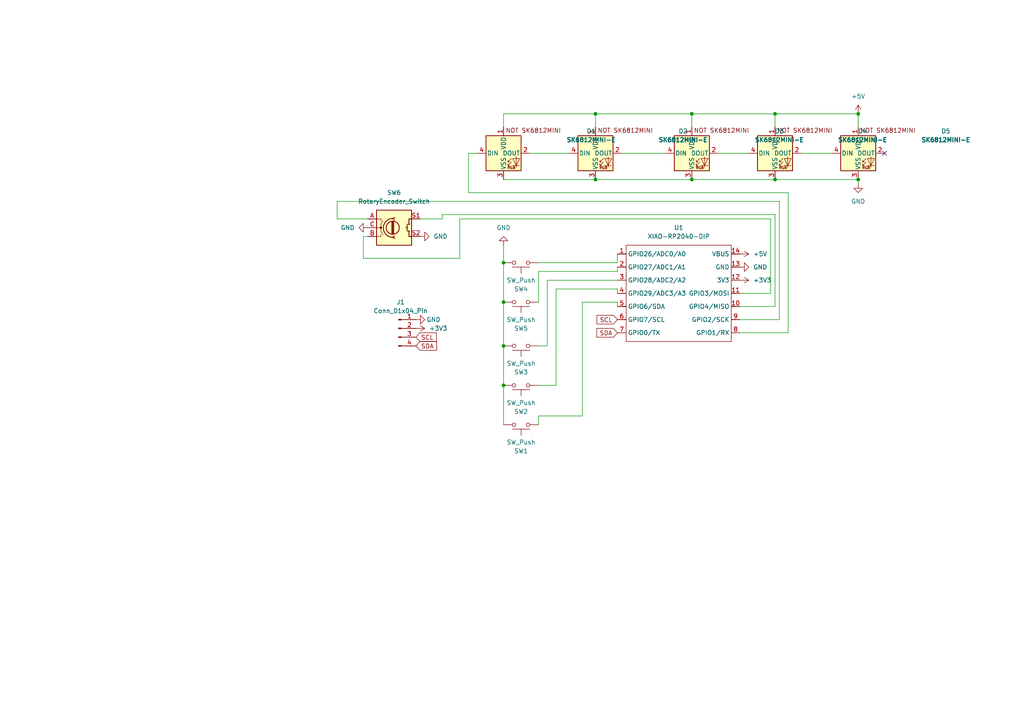
<source format=kicad_sch>
(kicad_sch (version 20250114) (generator "eeschema") (generator_version "9.0")
  (paper "A4")
  (lib_symbols
    (symbol "Connector:Conn_01x04_Pin" (pin_names (offset 1.016) (hide yes))
      (property "Reference" "J" (at 0 5.08 0))
      (property "Value" "Conn_01x04_Pin" (at 0 -7.62 0))
      (symbol "Conn_01x04_Pin_1_1"
        (rectangle (start 0.8636 2.667) (end 0 2.413) (stroke (width 0.1524)) (fill (type outline)))
        (rectangle (start 0.8636 0.127) (end 0 -0.127) (stroke (width 0.1524)) (fill (type outline)))
        (rectangle (start 0.8636 -2.413) (end 0 -2.667) (stroke (width 0.1524)) (fill (type outline)))
        (rectangle (start 0.8636 -4.953) (end 0 -5.207) (stroke (width 0.1524)) (fill (type outline)))
        (polyline (pts (xy 1.27 2.54) (xy 0.8636 2.54)) (stroke (width 0.1524)))
        (polyline (pts (xy 1.27 0) (xy 0.8636 0)) (stroke (width 0.1524)))
        (polyline (pts (xy 1.27 -2.54) (xy 0.8636 -2.54)) (stroke (width 0.1524)))
        (polyline (pts (xy 1.27 -5.08) (xy 0.8636 -5.08)) (stroke (width 0.1524)))
        (pin passive line (at 5.08 2.54 180) (length 3.81) (name "Pin_1") (number "1"))
        (pin passive line (at 5.08 0 180) (length 3.81) (name "Pin_2") (number "2"))
        (pin passive line (at 5.08 -2.54 180) (length 3.81) (name "Pin_3") (number "3"))
        (pin passive line (at 5.08 -5.08 180) (length 3.81) (name "Pin_4") (number "4"))
      )
    )
    (symbol "Device:RotaryEncoder_Switch" (pin_names (offset 0.254) (hide yes))
      (property "Reference" "SW" (at 0 6.604 0))
      (property "Value" "RotaryEncoder_Switch" (at 0 -6.604 0))
      (symbol "RotaryEncoder_Switch_0_1"
        (rectangle (start -5.08 5.08) (end 5.08 -5.08) (stroke (width 0.254)) (fill (type background)))
        (polyline (pts (xy -5.08 2.54) (xy -3.81 2.54) (xy -3.81 2.032)))
        (polyline (pts (xy -5.08 0) (xy -3.81 0) (xy -3.81 -1.016) (xy -3.302 -2.032)))
        (polyline (pts (xy -5.08 -2.54) (xy -3.81 -2.54) (xy -3.81 -2.032)))
        (polyline (pts (xy -4.318 0) (xy -3.81 0) (xy -3.81 1.016) (xy -3.302 2.032)))
        (circle (center -3.81 0) (radius 0.254) (fill (type outline)))
        (polyline (pts (xy -0.635 -1.778) (xy -0.635 1.778)) (stroke (width 0.254)))
        (circle (center -0.381 0) (radius 1.905) (stroke (width 0.254)))
        (polyline (pts (xy -0.381 -1.778) (xy -0.381 1.778)) (stroke (width 0.254)))
        (arc (start -0.381 -2.794) (mid -3.0988 -0.0635) (end -0.381 2.667) (stroke (width 0.254)))
        (polyline (pts (xy -0.127 1.778) (xy -0.127 -1.778)) (stroke (width 0.254)))
        (polyline (pts (xy 0.254 2.921) (xy -0.508 2.667) (xy 0.127 2.286)) (stroke (width 0.254)))
        (polyline (pts (xy 0.254 -3.048) (xy -0.508 -2.794) (xy 0.127 -2.413)) (stroke (width 0.254)))
        (polyline (pts (xy 3.81 1.016) (xy 3.81 -1.016)) (stroke (width 0.254)))
        (polyline (pts (xy 3.81 0) (xy 3.429 0)) (stroke (width 0.254)))
        (circle (center 4.318 1.016) (radius 0.127) (stroke (width 0.254)))
        (circle (center 4.318 -1.016) (radius 0.127) (stroke (width 0.254)))
        (polyline (pts (xy 5.08 2.54) (xy 4.318 2.54) (xy 4.318 1.016)) (stroke (width 0.254)))
        (polyline (pts (xy 5.08 -2.54) (xy 4.318 -2.54) (xy 4.318 -1.016)) (stroke (width 0.254)))
      )
      (symbol "RotaryEncoder_Switch_1_1"
        (pin passive line (at -7.62 2.54 0) (length 2.54) (name "A") (number "A"))
        (pin passive line (at -7.62 0 0) (length 2.54) (name "C") (number "C"))
        (pin passive line (at -7.62 -2.54 0) (length 2.54) (name "B") (number "B"))
        (pin passive line (at 7.62 2.54 180) (length 2.54) (name "S1") (number "S1"))
        (pin passive line (at 7.62 -2.54 180) (length 2.54) (name "S2") (number "S2"))
      )
    )
    (symbol "KICAD:SK6812MINI-E" (pin_names (offset 0.254))
      (property "Reference" "D" (at -3.556 5.842 0))
      (property "Value" "SK6812MINI-E" (at 1.27 -5.715 0))
      (symbol "SK6812MINI-E_0_0"
        (text "RGB" (at 2.286 -4.191 0) (effects (font (size 0.762 0.762))))
      )
      (symbol "SK6812MINI-E_0_1"
        (rectangle (start -5.08 5.08) (end 5.08 -5.08) (stroke (width 0.254)) (fill (type background)))
        (polyline (pts (xy 1.27 -2.54) (xy 1.778 -2.54)))
        (polyline (pts (xy 1.27 -3.556) (xy 1.778 -3.556)))
        (polyline (pts (xy 2.286 -1.524) (xy 1.27 -2.54) (xy 1.27 -2.032)))
        (polyline (pts (xy 2.286 -2.54) (xy 1.27 -3.556) (xy 1.27 -3.048)))
        (polyline (pts (xy 3.683 -1.016) (xy 3.683 -3.556) (xy 3.683 -4.064)))
        (polyline (pts (xy 4.699 -1.524) (xy 2.667 -1.524) (xy 3.683 -3.556) (xy 4.699 -1.524)))
        (polyline (pts (xy 4.699 -3.556) (xy 2.667 -3.556)))
      )
      (symbol "SK6812MINI-E_1_1"
        (text "NOT SK6812MINI" (at 8.636 6.604 0) (effects (font (size 1.27 1.27))))
        (pin input line (at -7.62 0 0) (length 2.54) (name "DIN") (number "4"))
        (pin power_in line (at 0 7.62 270) (length 2.54) (name "VDD") (number "1"))
        (pin power_in line (at 0 -7.62 90) (length 2.54) (name "VSS") (number "3"))
        (pin output line (at 7.62 0 180) (length 2.54) (name "DOUT") (number "2"))
      )
    )
    (symbol "OPL:XIAO-RP2040-DIP"
      (property "Reference" "U" (at 0 0 0))
      (property "Value" "XIAO-RP2040-DIP" (at 5.334 -1.778 0))
      (symbol "XIAO-RP2040-DIP_1_0"
        (polyline (pts (xy -1.27 -2.54) (xy 29.21 -2.54)) (stroke (width 0.1524)))
        (polyline (pts (xy -1.27 -5.08) (xy -2.54 -5.08)) (stroke (width 0.1524)))
        (polyline (pts (xy -1.27 -5.08) (xy -1.27 -2.54)) (stroke (width 0.1524)))
        (polyline (pts (xy -1.27 -8.89) (xy -2.54 -8.89)) (stroke (width 0.1524)))
        (polyline (pts (xy -1.27 -8.89) (xy -1.27 -5.08)) (stroke (width 0.1524)))
        (polyline (pts (xy -1.27 -12.7) (xy -2.54 -12.7)) (stroke (width 0.1524)))
        (polyline (pts (xy -1.27 -12.7) (xy -1.27 -8.89)) (stroke (width 0.1524)))
        (polyline (pts (xy -1.27 -16.51) (xy -2.54 -16.51)) (stroke (width 0.1524)))
        (polyline (pts (xy -1.27 -16.51) (xy -1.27 -12.7)) (stroke (width 0.1524)))
        (polyline (pts (xy -1.27 -20.32) (xy -2.54 -20.32)) (stroke (width 0.1524)))
        (polyline (pts (xy -1.27 -24.13) (xy -2.54 -24.13)) (stroke (width 0.1524)))
        (polyline (pts (xy -1.27 -27.94) (xy -2.54 -27.94)) (stroke (width 0.1524)))
        (polyline (pts (xy -1.27 -30.48) (xy -1.27 -16.51)) (stroke (width 0.1524)))
        (polyline (pts (xy 29.21 -2.54) (xy 29.21 -5.08)) (stroke (width 0.1524)))
        (polyline (pts (xy 29.21 -5.08) (xy 29.21 -8.89)) (stroke (width 0.1524)))
        (polyline (pts (xy 29.21 -8.89) (xy 29.21 -12.7)) (stroke (width 0.1524)))
        (polyline (pts (xy 29.21 -12.7) (xy 29.21 -30.48)) (stroke (width 0.1524)))
        (polyline (pts (xy 29.21 -30.48) (xy -1.27 -30.48)) (stroke (width 0.1524)))
        (polyline (pts (xy 30.48 -5.08) (xy 29.21 -5.08)) (stroke (width 0.1524)))
        (polyline (pts (xy 30.48 -8.89) (xy 29.21 -8.89)) (stroke (width 0.1524)))
        (polyline (pts (xy 30.48 -12.7) (xy 29.21 -12.7)) (stroke (width 0.1524)))
        (polyline (pts (xy 30.48 -16.51) (xy 29.21 -16.51)) (stroke (width 0.1524)))
        (polyline (pts (xy 30.48 -20.32) (xy 29.21 -20.32)) (stroke (width 0.1524)))
        (polyline (pts (xy 30.48 -24.13) (xy 29.21 -24.13)) (stroke (width 0.1524)))
        (polyline (pts (xy 30.48 -27.94) (xy 29.21 -27.94)) (stroke (width 0.1524)))
        (pin passive line (at -3.81 -5.08 0) (length 2.54) (name "GPIO26/ADC0/A0") (number "1"))
        (pin passive line (at -3.81 -8.89 0) (length 2.54) (name "GPIO27/ADC1/A1") (number "2"))
        (pin passive line (at -3.81 -12.7 0) (length 2.54) (name "GPIO28/ADC2/A2") (number "3"))
        (pin passive line (at -3.81 -16.51 0) (length 2.54) (name "GPIO29/ADC3/A3") (number "4"))
        (pin passive line (at -3.81 -20.32 0) (length 2.54) (name "GPIO6/SDA") (number "5"))
        (pin passive line (at -3.81 -24.13 0) (length 2.54) (name "GPIO7/SCL") (number "6"))
        (pin passive line (at -3.81 -27.94 0) (length 2.54) (name "GPIO0/TX") (number "7"))
        (pin passive line (at 31.75 -5.08 180) (length 2.54) (name "VBUS") (number "14"))
        (pin passive line (at 31.75 -8.89 180) (length 2.54) (name "GND") (number "13"))
        (pin passive line (at 31.75 -12.7 180) (length 2.54) (name "3V3") (number "12"))
        (pin passive line (at 31.75 -16.51 180) (length 2.54) (name "GPIO3/MOSI") (number "11"))
        (pin passive line (at 31.75 -20.32 180) (length 2.54) (name "GPIO4/MISO") (number "10"))
        (pin passive line (at 31.75 -24.13 180) (length 2.54) (name "GPIO2/SCK") (number "9"))
        (pin passive line (at 31.75 -27.94 180) (length 2.54) (name "GPIO1/RX") (number "8"))
      )
    )
    (symbol "Switch:SW_Push" (pin_numbers (hide yes)) (pin_names (offset 1.016) (hide yes))
      (property "Reference" "SW" (at 1.27 2.54 0))
      (property "Value" "SW_Push" (at 0 -1.524 0))
      (symbol "SW_Push_0_1"
        (circle (center -2.032 0) (radius 0.508))
        (polyline (pts (xy 0 1.27) (xy 0 3.048)))
        (circle (center 2.032 0) (radius 0.508))
        (polyline (pts (xy 2.54 1.27) (xy -2.54 1.27)))
        (pin passive line (at -5.08 0 0) (length 2.54) (name "1") (number "1"))
        (pin passive line (at 5.08 0 180) (length 2.54) (name "2") (number "2"))
      )
    )
    (symbol "power:+3V3" (power) (pin_numbers (hide yes)) (pin_names (offset 0) (hide yes))
      (property "Value" "+3V3" (at 0 3.556 0))
      (symbol "+3V3_0_1"
        (polyline (pts (xy -0.762 1.27) (xy 0 2.54)))
        (polyline (pts (xy 0 2.54) (xy 0.762 1.27)))
        (polyline (pts (xy 0 0) (xy 0 2.54)))
      )
      (symbol "+3V3_1_1"
        (pin power_in line (at 0 0 90) (length 0) (name "~") (number "1"))
      )
    )
    (symbol "power:+5V" (power) (pin_numbers (hide yes)) (pin_names (offset 0) (hide yes))
      (property "Value" "+5V" (at 0 3.556 0))
      (symbol "+5V_0_1"
        (polyline (pts (xy -0.762 1.27) (xy 0 2.54)))
        (polyline (pts (xy 0 2.54) (xy 0.762 1.27)))
        (polyline (pts (xy 0 0) (xy 0 2.54)))
      )
      (symbol "+5V_1_1"
        (pin power_in line (at 0 0 90) (length 0) (name "~") (number "1"))
      )
    )
    (symbol "power:GND" (power) (pin_numbers (hide yes)) (pin_names (offset 0) (hide yes))
      (property "Value" "GND" (at 0 -3.81 0))
      (symbol "GND_0_1"
        (polyline (pts (xy 0 0) (xy 0 -1.27) (xy 1.27 -1.27) (xy 0 -2.54) (xy -1.27 -1.27) (xy 0 -1.27)))
      )
      (symbol "GND_1_1"
        (pin power_in line (at 0 0 270) (length 0) (name "~") (number "1"))
      )
    )
  )
  (junction (at 172.72 33.02))
  (junction (at 146.05 76.2))
  (junction (at 200.66 33.02))
  (junction (at 248.92 33.02))
  (junction (at 224.79 33.02))
  (junction (at 172.72 52.07))
  (junction (at 248.92 52.07))
  (junction (at 224.79 52.07))
  (junction (at 146.05 87.63))
  (junction (at 200.66 52.07))
  (junction (at 146.05 111.76))
  (junction (at 146.05 100.33))
  (no_connect (at 256.54 44.45))
  (wire (pts (xy 135.89 55.88) (xy 228.6 55.88)))
  (wire (pts (xy 106.68 63.5) (xy 97.79 63.5)))
  (wire (pts (xy 161.29 111.76) (xy 161.29 83.82)))
  (wire (pts (xy 200.66 33.02) (xy 224.79 33.02)))
  (wire (pts (xy 180.34 44.45) (xy 193.04 44.45)))
  (wire (pts (xy 179.07 78.74) (xy 179.07 77.47)))
  (wire (pts (xy 105.41 74.93) (xy 105.41 68.58)))
  (wire (pts (xy 179.07 87.63) (xy 179.07 88.9)))
  (wire (pts (xy 156.21 78.74) (xy 179.07 78.74)))
  (wire (pts (xy 146.05 52.07) (xy 172.72 52.07)))
  (wire (pts (xy 128.27 62.23) (xy 224.79 62.23)))
  (wire (pts (xy 200.66 33.02) (xy 200.66 36.83)))
  (wire (pts (xy 232.41 44.45) (xy 241.3 44.45)))
  (wire (pts (xy 97.79 58.42) (xy 226.06 58.42)))
  (wire (pts (xy 168.91 87.63) (xy 179.07 87.63)))
  (wire (pts (xy 226.06 58.42) (xy 226.06 92.71)))
  (wire (pts (xy 179.07 83.82) (xy 179.07 85.09)))
  (wire (pts (xy 135.89 44.45) (xy 135.89 55.88)))
  (wire (pts (xy 146.05 36.83) (xy 146.05 33.02)))
  (wire (pts (xy 138.43 44.45) (xy 135.89 44.45)))
  (wire (pts (xy 200.66 52.07) (xy 224.79 52.07)))
  (wire (pts (xy 156.21 111.76) (xy 161.29 111.76)))
  (wire (pts (xy 121.92 63.5) (xy 128.27 63.5)))
  (wire (pts (xy 156.21 100.33) (xy 158.75 100.33)))
  (wire (pts (xy 161.29 83.82) (xy 179.07 83.82)))
  (wire (pts (xy 214.63 92.71) (xy 226.06 92.71)))
  (wire (pts (xy 133.35 74.93) (xy 105.41 74.93)))
  (wire (pts (xy 105.41 68.58) (xy 106.68 68.58)))
  (wire (pts (xy 158.75 81.28) (xy 179.07 81.28)))
  (wire (pts (xy 172.72 33.02) (xy 172.72 36.83)))
  (wire (pts (xy 214.63 85.09) (xy 223.52 85.09)))
  (wire (pts (xy 168.91 120.65) (xy 168.91 87.63)))
  (wire (pts (xy 214.63 88.9) (xy 224.79 88.9)))
  (wire (pts (xy 224.79 33.02) (xy 248.92 33.02)))
  (wire (pts (xy 146.05 33.02) (xy 172.72 33.02)))
  (wire (pts (xy 146.05 87.63) (xy 146.05 76.2)))
  (wire (pts (xy 224.79 33.02) (xy 224.79 36.83)))
  (wire (pts (xy 179.07 76.2) (xy 179.07 73.66)))
  (wire (pts (xy 146.05 123.19) (xy 146.05 111.76)))
  (wire (pts (xy 214.63 96.52) (xy 228.6 96.52)))
  (wire (pts (xy 128.27 63.5) (xy 128.27 62.23)))
  (wire (pts (xy 146.05 111.76) (xy 146.05 100.33)))
  (wire (pts (xy 146.05 76.2) (xy 146.05 71.12)))
  (wire (pts (xy 223.52 85.09) (xy 223.52 63.5)))
  (wire (pts (xy 228.6 55.88) (xy 228.6 96.52)))
  (wire (pts (xy 172.72 52.07) (xy 200.66 52.07)))
  (wire (pts (xy 156.21 87.63) (xy 156.21 78.74)))
  (wire (pts (xy 153.67 44.45) (xy 165.1 44.45)))
  (wire (pts (xy 97.79 63.5) (xy 97.79 58.42)))
  (wire (pts (xy 208.28 44.45) (xy 217.17 44.45)))
  (wire (pts (xy 172.72 33.02) (xy 200.66 33.02)))
  (wire (pts (xy 146.05 100.33) (xy 146.05 87.63)))
  (wire (pts (xy 158.75 100.33) (xy 158.75 81.28)))
  (wire (pts (xy 248.92 33.02) (xy 248.92 36.83)))
  (wire (pts (xy 224.79 52.07) (xy 248.92 52.07)))
  (wire (pts (xy 223.52 63.5) (xy 133.35 63.5)))
  (wire (pts (xy 156.21 76.2) (xy 179.07 76.2)))
  (wire (pts (xy 156.21 120.65) (xy 156.21 123.19)))
  (wire (pts (xy 133.35 63.5) (xy 133.35 74.93)))
  (wire (pts (xy 224.79 62.23) (xy 224.79 88.9)))
  (wire (pts (xy 248.92 53.34) (xy 248.92 52.07)))
  (wire (pts (xy 156.21 120.65) (xy 168.91 120.65)))
  (global_label "SCL" (shape input) (at 179.07 92.71 180) (property "Intersheetrefs" "${INTERSHEET_REFS}" (effects (hide yes))))
  (global_label "SDA" (shape input) (at 120.65 100.33 0) (property "Intersheetrefs" "${INTERSHEET_REFS}" (effects (hide yes))))
  (global_label "SCL" (shape input) (at 120.65 97.79 0) (property "Intersheetrefs" "${INTERSHEET_REFS}" (effects (hide yes))))
  (global_label "SDA" (shape input) (at 179.07 96.52 180) (property "Intersheetrefs" "${INTERSHEET_REFS}" (effects (hide yes))))
  (symbol (lib_id "Switch:SW_Push") (at 151.13 100.33 0) (mirror x) (unit 1)
    (property "Reference" "SW3" (at 151.13 107.95 0))
    (property "Value" "SW_Push" (at 151.13 105.41 0))
    (property "Footprint" "Button_Switch_Keyboard:SW_Cherry_MX_1.00u_PCB" (effects (hide yes)))
    (property "Description" "Push button switch, generic, two pins" (effects (hide yes)))
  )
  (symbol (lib_id "power:GND") (at 106.68 66.04 270) (unit 1)
    (property "Reference" "#PWR09" (effects (hide yes)))
    (property "Value" "GND" (at 102.87 66.0399 90) (effects (justify right)))
    (property "Description" "Power symbol creates a global label with name \"GND\" , ground" (effects (hide yes)))
  )
  (symbol (lib_id "Connector:Conn_01x04_Pin") (at 115.57 95.25 0) (unit 1)
    (property "Reference" "J1" (at 116.205 87.63 0))
    (property "Value" "Conn_01x04_Pin" (at 116.205 90.17 0))
    (property "Footprint" "Connector_PinHeader_2.54mm:PinHeader_1x04_P2.54mm_Vertical" (effects (hide yes)))
    (property "Description" "Generic connector, single row, 01x04, script generated" (effects (hide yes)))
  )
  (symbol (lib_id "power:GND") (at 248.92 53.34 0) (unit 1)
    (property "Reference" "#PWR04" (effects (hide yes)))
    (property "Value" "GND" (at 248.92 58.42 0))
    (property "Description" "Power symbol creates a global label with name \"GND\" , ground" (effects (hide yes)))
  )
  (symbol (lib_id "power:+3V3") (at 120.65 95.25 270) (unit 1)
    (property "Reference" "#PWR07" (effects (hide yes)))
    (property "Value" "+3V3" (at 124.46 95.2499 90) (effects (justify left)))
    (property "Description" "Power symbol creates a global label with name \"+3V3\"" (effects (hide yes)))
  )
  (symbol (lib_id "Switch:SW_Push") (at 151.13 123.19 0) (mirror x) (unit 1)
    (property "Reference" "SW1" (at 151.13 130.81 0))
    (property "Value" "SW_Push" (at 151.13 128.27 0))
    (property "Footprint" "Button_Switch_Keyboard:SW_Cherry_MX_1.00u_PCB" (effects (hide yes)))
    (property "Description" "Push button switch, generic, two pins" (effects (hide yes)))
  )
  (symbol (lib_id "KICAD:SK6812MINI-E") (at 172.72 44.45 0) (unit 1)
    (property "Reference" "D2" (at 198.12 38.0298 0))
    (property "Value" "SK6812MINI-E" (at 198.12 40.5699 0) (effects (font (thickness 0.254) (bold yes))))
    (property "Footprint" "led:SK6812MINI-E_fixed" (effects (hide yes)))
    (property "Datasheet" "https://cdn-shop.adafruit.com/product-files/4960/4960_SK6812MINI-E_REV02_EN.pdf" (effects (hide yes)))
    (property "Description" "RGB LED with integrated controller" (effects (hide yes)))
  )
  (symbol (lib_id "power:+5V") (at 214.63 73.66 270) (unit 1)
    (property "Reference" "#PWR02" (effects (hide yes)))
    (property "Value" "+5V" (at 218.44 73.6599 90) (effects (justify left)))
    (property "Description" "Power symbol creates a global label with name \"+5V\"" (effects (hide yes)))
  )
  (symbol (lib_id "power:+5V") (at 248.92 33.02 0) (unit 1)
    (property "Reference" "#PWR05" (effects (hide yes)))
    (property "Value" "+5V" (at 248.92 27.94 0))
    (property "Description" "Power symbol creates a global label with name \"+5V\"" (effects (hide yes)))
  )
  (symbol (lib_id "power:GND") (at 120.65 92.71 90) (unit 1)
    (property "Reference" "#PWR06" (effects (hide yes)))
    (property "Value" "GND" (at 125.73 92.71 90))
    (property "Description" "Power symbol creates a global label with name \"GND\" , ground" (effects (hide yes)))
  )
  (symbol (lib_id "KICAD:SK6812MINI-E") (at 146.05 44.45 0) (unit 1)
    (property "Reference" "D1" (at 171.45 38.0298 0))
    (property "Value" "SK6812MINI-E" (at 171.45 40.5699 0) (effects (font (thickness 0.254) (bold yes))))
    (property "Footprint" "led:SK6812MINI-E_fixed" (effects (hide yes)))
    (property "Datasheet" "https://cdn-shop.adafruit.com/product-files/4960/4960_SK6812MINI-E_REV02_EN.pdf" (effects (hide yes)))
    (property "Description" "RGB LED with integrated controller" (effects (hide yes)))
  )
  (symbol (lib_id "power:+3V3") (at 214.63 81.28 270) (unit 1)
    (property "Reference" "#PWR08" (effects (hide yes)))
    (property "Value" "+3V3" (at 218.44 81.2799 90) (effects (justify left)))
    (property "Description" "Power symbol creates a global label with name \"+3V3\"" (effects (hide yes)))
  )
  (symbol (lib_id "power:GND") (at 146.05 71.12 0) (mirror x) (unit 1)
    (property "Reference" "#PWR01" (effects (hide yes)))
    (property "Value" "GND" (at 146.05 66.04 0))
    (property "Description" "Power symbol creates a global label with name \"GND\" , ground" (effects (hide yes)))
  )
  (symbol (lib_id "Device:RotaryEncoder_Switch") (at 114.3 66.04 0) (unit 1)
    (property "Reference" "SW6" (at 114.3 55.88 0))
    (property "Value" "RotaryEncoder_Switch" (at 114.3 58.42 0))
    (property "Footprint" "Rotary_Encoder:RotaryEncoder_Alps_EC11E-Switch_Vertical_H20mm" (effects (hide yes)))
    (property "Description" "Rotary encoder, dual channel, incremental quadrate outputs, with switch" (effects (hide yes)))
  )
  (symbol (lib_id "Switch:SW_Push") (at 151.13 76.2 0) (mirror x) (unit 1)
    (property "Reference" "SW4" (at 151.13 83.82 0))
    (property "Value" "SW_Push" (at 151.13 81.28 0))
    (property "Footprint" "Button_Switch_Keyboard:SW_Cherry_MX_1.00u_PCB" (effects (hide yes)))
    (property "Description" "Push button switch, generic, two pins" (effects (hide yes)))
  )
  (symbol (lib_id "KICAD:SK6812MINI-E") (at 224.79 44.45 0) (unit 1)
    (property "Reference" "D4" (at 250.19 38.0298 0))
    (property "Value" "SK6812MINI-E" (at 250.19 40.5699 0) (effects (font (thickness 0.254) (bold yes))))
    (property "Footprint" "led:SK6812MINI-E_fixed" (effects (hide yes)))
    (property "Datasheet" "https://cdn-shop.adafruit.com/product-files/4960/4960_SK6812MINI-E_REV02_EN.pdf" (effects (hide yes)))
    (property "Description" "RGB LED with integrated controller" (effects (hide yes)))
  )
  (symbol (lib_id "OPL:XIAO-RP2040-DIP") (at 182.88 68.58 0) (unit 1)
    (property "Reference" "U1" (at 196.85 66.04 0))
    (property "Value" "XIAO-RP2040-DIP" (at 196.85 68.58 0))
    (property "Footprint" "opl:XIAO-RP2040-DIP" (effects (hide yes)))
  )
  (symbol (lib_id "KICAD:SK6812MINI-E") (at 200.66 44.45 0) (unit 1)
    (property "Reference" "D3" (at 226.06 38.0298 0))
    (property "Value" "SK6812MINI-E" (at 226.06 40.5699 0) (effects (font (thickness 0.254) (bold yes))))
    (property "Footprint" "led:SK6812MINI-E_fixed" (effects (hide yes)))
    (property "Datasheet" "https://cdn-shop.adafruit.com/product-files/4960/4960_SK6812MINI-E_REV02_EN.pdf" (effects (hide yes)))
    (property "Description" "RGB LED with integrated controller" (effects (hide yes)))
  )
  (symbol (lib_id "Switch:SW_Push") (at 151.13 111.76 0) (mirror x) (unit 1)
    (property "Reference" "SW2" (at 151.13 119.38 0))
    (property "Value" "SW_Push" (at 151.13 116.84 0))
    (property "Footprint" "Button_Switch_Keyboard:SW_Cherry_MX_1.00u_PCB" (effects (hide yes)))
    (property "Description" "Push button switch, generic, two pins" (effects (hide yes)))
  )
  (symbol (lib_id "KICAD:SK6812MINI-E") (at 248.92 44.45 0) (unit 1)
    (property "Reference" "D5" (at 274.32 38.0298 0))
    (property "Value" "SK6812MINI-E" (at 274.32 40.5699 0) (effects (font (thickness 0.254) (bold yes))))
    (property "Footprint" "led:SK6812MINI-E_fixed" (effects (hide yes)))
    (property "Datasheet" "https://cdn-shop.adafruit.com/product-files/4960/4960_SK6812MINI-E_REV02_EN.pdf" (effects (hide yes)))
    (property "Description" "RGB LED with integrated controller" (effects (hide yes)))
  )
  (symbol (lib_id "Switch:SW_Push") (at 151.13 87.63 0) (mirror x) (unit 1)
    (property "Reference" "SW5" (at 151.13 95.25 0))
    (property "Value" "SW_Push" (at 151.13 92.71 0))
    (property "Footprint" "Button_Switch_Keyboard:SW_Cherry_MX_1.00u_PCB" (effects (hide yes)))
    (property "Description" "Push button switch, generic, two pins" (effects (hide yes)))
  )
  (symbol (lib_id "power:GND") (at 214.63 77.47 90) (unit 1)
    (property "Reference" "#PWR03" (effects (hide yes)))
    (property "Value" "GND" (at 218.44 77.4699 90) (effects (justify right)))
    (property "Description" "Power symbol creates a global label with name \"GND\" , ground" (effects (hide yes)))
  )
  (symbol (lib_id "power:GND") (at 121.92 68.58 90) (unit 1)
    (property "Reference" "#PWR010" (effects (hide yes)))
    (property "Value" "GND" (at 125.73 68.5799 90) (effects (justify right)))
    (property "Description" "Power symbol creates a global label with name \"GND\" , ground" (effects (hide yes)))
  )
)
</source>
